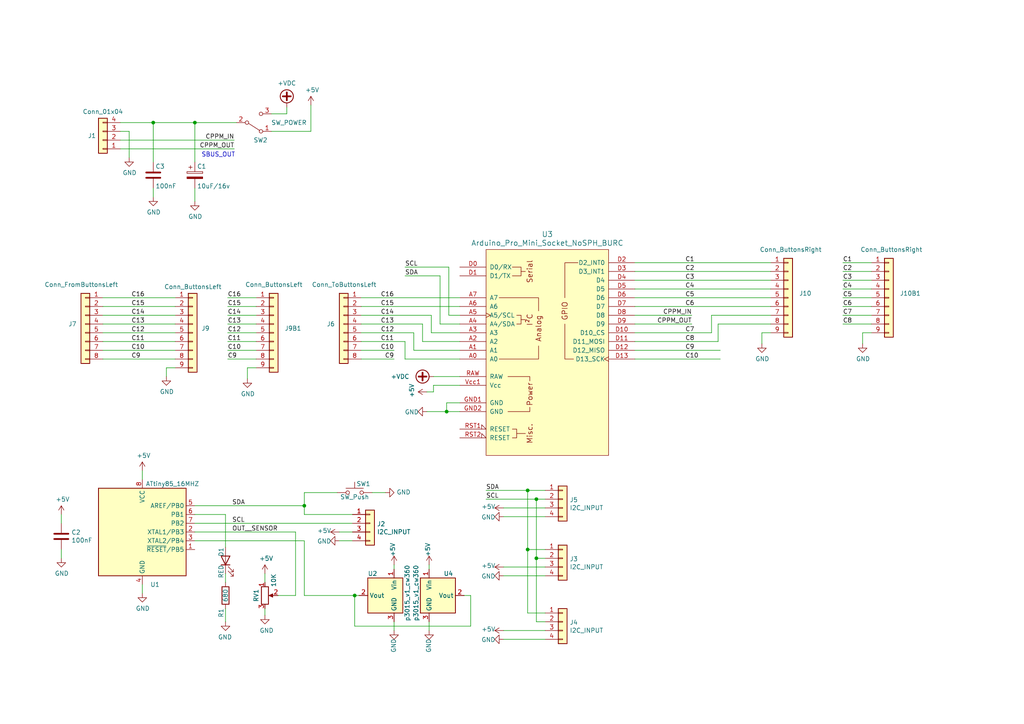
<source format=kicad_sch>
(kicad_sch (version 20230121) (generator eeschema)
  (paper "A4")
  (title_block (title "Board for Angle & Ana & Sw") (date "2023-09-10") (rev "1.0") (company "OpenAVRc"))
  (lib_symbols
    (symbol "Capteur_Hall_I2C_Mini-rescue:ATtiny85-20SU-MCU_Microchip_ATtiny"
      (property "Reference" "U" (at -12.7 13.97 0))
      (property "Value" "ATtiny85-20SU-MCU_Microchip_ATtiny" (at 2.54 -13.97 0))
      (symbol "ATtiny85-20SU-MCU_Microchip_ATtiny_0_1"
        (rectangle (start -12.7 -12.7) (end 12.7 12.7) (stroke (width 0.254)) (fill (type background)))
      )
      (symbol "ATtiny85-20SU-MCU_Microchip_ATtiny_1_1"
        (pin bidirectional line (at 15.24 -5.08 180) (length 2.54) (name "~{RESET}/PB5") (number "1"))
        (pin bidirectional line (at 15.24 0 180) (length 2.54) (name "XTAL1/PB3") (number "2"))
        (pin bidirectional line (at 15.24 -2.54 180) (length 2.54) (name "XTAL2/PB4") (number "3"))
        (pin power_in line (at 0 -15.24 90) (length 2.54) (name "GND") (number "4"))
        (pin bidirectional line (at 15.24 7.62 180) (length 2.54) (name "AREF/PB0") (number "5"))
        (pin bidirectional line (at 15.24 5.08 180) (length 2.54) (name "PB1") (number "6"))
        (pin bidirectional line (at 15.24 2.54 180) (length 2.54) (name "PB2") (number "7"))
        (pin power_in line (at 0 15.24 270) (length 2.54) (name "VCC") (number "8"))
      )
    )
    (symbol "Capteur_Hall_I2C_Mini-rescue:CP-Device" (pin_numbers hide) (pin_names (offset 0.254))
      (property "Reference" "C" (at 0.635 2.54 0))
      (property "Value" "CP-Device" (at 0.635 -2.54 0))
      (symbol "CP-Device_0_1"
        (rectangle (start -2.286 0.508) (end 2.286 1.016))
        (polyline (pts (xy -1.778 2.286) (xy -0.762 2.286)))
        (polyline (pts (xy -1.27 2.794) (xy -1.27 1.778)))
        (rectangle (start 2.286 -0.508) (end -2.286 -1.016) (fill (type outline)))
      )
      (symbol "CP-Device_1_1"
        (pin passive line (at 0 3.81 270) (length 2.794) (name "~") (number "1"))
        (pin passive line (at 0 -3.81 90) (length 2.794) (name "~") (number "2"))
      )
    )
    (symbol "Connector_Generic:Conn_01x04" (pin_names (offset 1.016) hide)
      (property "Reference" "J" (at 0 5.08 0))
      (property "Value" "Conn_01x04" (at 0 -7.62 0))
      (symbol "Conn_01x04_1_1"
        (rectangle (start -1.27 -4.953) (end 0 -5.207) (stroke (width 0.1524)))
        (rectangle (start -1.27 -2.413) (end 0 -2.667) (stroke (width 0.1524)))
        (rectangle (start -1.27 0.127) (end 0 -0.127) (stroke (width 0.1524)))
        (rectangle (start -1.27 2.667) (end 0 2.413) (stroke (width 0.1524)))
        (rectangle (start -1.27 3.81) (end 1.27 -6.35) (stroke (width 0.254)) (fill (type background)))
        (pin passive line (at -5.08 2.54 0) (length 3.81) (name "Pin_1") (number "1"))
        (pin passive line (at -5.08 0 0) (length 3.81) (name "Pin_2") (number "2"))
        (pin passive line (at -5.08 -2.54 0) (length 3.81) (name "Pin_3") (number "3"))
        (pin passive line (at -5.08 -5.08 0) (length 3.81) (name "Pin_4") (number "4"))
      )
    )
    (symbol "Connector_Generic:Conn_01x08" (pin_names (offset 1.016) hide)
      (property "Reference" "J" (at 0 10.16 0))
      (property "Value" "Conn_01x08" (at 0 -12.7 0))
      (symbol "Conn_01x08_1_1"
        (rectangle (start -1.27 -10.033) (end 0 -10.287) (stroke (width 0.1524)))
        (rectangle (start -1.27 -7.493) (end 0 -7.747) (stroke (width 0.1524)))
        (rectangle (start -1.27 -4.953) (end 0 -5.207) (stroke (width 0.1524)))
        (rectangle (start -1.27 -2.413) (end 0 -2.667) (stroke (width 0.1524)))
        (rectangle (start -1.27 0.127) (end 0 -0.127) (stroke (width 0.1524)))
        (rectangle (start -1.27 2.667) (end 0 2.413) (stroke (width 0.1524)))
        (rectangle (start -1.27 5.207) (end 0 4.953) (stroke (width 0.1524)))
        (rectangle (start -1.27 7.747) (end 0 7.493) (stroke (width 0.1524)))
        (rectangle (start -1.27 8.89) (end 1.27 -11.43) (stroke (width 0.254)) (fill (type background)))
        (pin passive line (at -5.08 7.62 0) (length 3.81) (name "Pin_1") (number "1"))
        (pin passive line (at -5.08 5.08 0) (length 3.81) (name "Pin_2") (number "2"))
        (pin passive line (at -5.08 2.54 0) (length 3.81) (name "Pin_3") (number "3"))
        (pin passive line (at -5.08 0 0) (length 3.81) (name "Pin_4") (number "4"))
        (pin passive line (at -5.08 -2.54 0) (length 3.81) (name "Pin_5") (number "5"))
        (pin passive line (at -5.08 -5.08 0) (length 3.81) (name "Pin_6") (number "6"))
        (pin passive line (at -5.08 -7.62 0) (length 3.81) (name "Pin_7") (number "7"))
        (pin passive line (at -5.08 -10.16 0) (length 3.81) (name "Pin_8") (number "8"))
      )
    )
    (symbol "Connector_Generic:Conn_01x09" (pin_names (offset 1.016) hide)
      (property "Reference" "J" (at 0 12.7 0))
      (property "Value" "Conn_01x09" (at 0 -12.7 0))
      (symbol "Conn_01x09_1_1"
        (rectangle (start -1.27 -10.033) (end 0 -10.287) (stroke (width 0.1524)))
        (rectangle (start -1.27 -7.493) (end 0 -7.747) (stroke (width 0.1524)))
        (rectangle (start -1.27 -4.953) (end 0 -5.207) (stroke (width 0.1524)))
        (rectangle (start -1.27 -2.413) (end 0 -2.667) (stroke (width 0.1524)))
        (rectangle (start -1.27 0.127) (end 0 -0.127) (stroke (width 0.1524)))
        (rectangle (start -1.27 2.667) (end 0 2.413) (stroke (width 0.1524)))
        (rectangle (start -1.27 5.207) (end 0 4.953) (stroke (width 0.1524)))
        (rectangle (start -1.27 7.747) (end 0 7.493) (stroke (width 0.1524)))
        (rectangle (start -1.27 10.287) (end 0 10.033) (stroke (width 0.1524)))
        (rectangle (start -1.27 11.43) (end 1.27 -11.43) (stroke (width 0.254)) (fill (type background)))
        (pin passive line (at -5.08 10.16 0) (length 3.81) (name "Pin_1") (number "1"))
        (pin passive line (at -5.08 7.62 0) (length 3.81) (name "Pin_2") (number "2"))
        (pin passive line (at -5.08 5.08 0) (length 3.81) (name "Pin_3") (number "3"))
        (pin passive line (at -5.08 2.54 0) (length 3.81) (name "Pin_4") (number "4"))
        (pin passive line (at -5.08 0 0) (length 3.81) (name "Pin_5") (number "5"))
        (pin passive line (at -5.08 -2.54 0) (length 3.81) (name "Pin_6") (number "6"))
        (pin passive line (at -5.08 -5.08 0) (length 3.81) (name "Pin_7") (number "7"))
        (pin passive line (at -5.08 -7.62 0) (length 3.81) (name "Pin_8") (number "8"))
        (pin passive line (at -5.08 -10.16 0) (length 3.81) (name "Pin_9") (number "9"))
      )
    )
    (symbol "Device:C" (pin_numbers hide) (pin_names (offset 0.254))
      (property "Reference" "C" (at 0.635 2.54 0))
      (property "Value" "C" (at 0.635 -2.54 0))
      (symbol "C_0_1"
        (polyline (pts (xy -2.032 -0.762) (xy 2.032 -0.762)) (stroke (width 0.508)))
        (polyline (pts (xy -2.032 0.762) (xy 2.032 0.762)) (stroke (width 0.508)))
      )
      (symbol "C_1_1"
        (pin passive line (at 0 3.81 270) (length 2.794) (name "~") (number "1"))
        (pin passive line (at 0 -3.81 90) (length 2.794) (name "~") (number "2"))
      )
    )
    (symbol "Device:LED" (pin_numbers hide) (pin_names (offset 1.016) hide)
      (property "Reference" "D" (at 0 2.54 0))
      (property "Value" "LED" (at 0 -2.54 0))
      (symbol "LED_0_1"
        (polyline (pts (xy -1.27 -1.27) (xy -1.27 1.27)) (stroke (width 0.254)))
        (polyline (pts (xy -1.27 0) (xy 1.27 0)))
        (polyline (pts (xy 1.27 -1.27) (xy 1.27 1.27) (xy -1.27 0) (xy 1.27 -1.27)) (stroke (width 0.254)))
        (polyline (pts (xy -3.048 -0.762) (xy -4.572 -2.286) (xy -3.81 -2.286) (xy -4.572 -2.286) (xy -4.572 -1.524)))
        (polyline (pts (xy -1.778 -0.762) (xy -3.302 -2.286) (xy -2.54 -2.286) (xy -3.302 -2.286) (xy -3.302 -1.524)))
      )
      (symbol "LED_1_1"
        (pin passive line (at -3.81 0 0) (length 2.54) (name "K") (number "1"))
        (pin passive line (at 3.81 0 180) (length 2.54) (name "A") (number "2"))
      )
    )
    (symbol "Device:R" (pin_numbers hide) (pin_names (offset 0))
      (property "Reference" "R" (at 2.032 0 90))
      (property "Value" "R" (at 0 0 90))
      (symbol "R_0_1"
        (rectangle (start -1.016 -2.54) (end 1.016 2.54) (stroke (width 0.254)))
      )
      (symbol "R_1_1"
        (pin passive line (at 0 3.81 270) (length 1.27) (name "~") (number "1"))
        (pin passive line (at 0 -3.81 90) (length 1.27) (name "~") (number "2"))
      )
    )
    (symbol "Device:R_Potentiometer" (pin_names (offset 1.016) hide)
      (property "Reference" "RV" (at -4.445 0 90))
      (property "Value" "R_Potentiometer" (at -2.54 0 90))
      (symbol "R_Potentiometer_0_1"
        (polyline (pts (xy 2.54 0) (xy 1.524 0)))
        (polyline (pts (xy 1.143 0) (xy 2.286 0.508) (xy 2.286 -0.508) (xy 1.143 0)) (fill (type outline)))
        (rectangle (start 1.016 2.54) (end -1.016 -2.54) (stroke (width 0.254)))
      )
      (symbol "R_Potentiometer_1_1"
        (pin passive line (at 0 3.81 270) (length 1.27) (name "1") (number "1"))
        (pin passive line (at 3.81 0 180) (length 1.27) (name "2") (number "2"))
        (pin passive line (at 0 -3.81 90) (length 1.27) (name "3") (number "3"))
      )
    )
    (symbol "PCM_arduino-library:Arduino_Pro_Mini_Socket_NoSPH" (pin_names (offset 1.016))
      (property "Reference" "A" (at 0 36.83 0))
      (property "Value" "Arduino_Pro_Mini_Socket_NoSPH" (at 0 33.02 0))
      (symbol "Arduino_Pro_Mini_Socket_NoSPH_0_0"
        (rectangle (start -17.78 30.48) (end 17.78 -29.21) (fill (type background)))
        (polyline (pts (xy -7.62 10.16) (xy -6.35 10.16)))
        (polyline (pts (xy -7.62 24.13) (xy -6.35 24.13)))
        (polyline (pts (xy -6.35 -22.86) (xy -8.89 -22.86)))
        (polyline (pts (xy -11.43 -16.51) (xy -5.08 -16.51) (xy -5.08 -15.24)))
        (polyline (pts (xy -5.08 -7.62) (xy -5.08 -6.35) (xy -11.43 -6.35)))
        (polyline (pts (xy -2.54 2.54) (xy -2.54 -1.27) (xy -13.97 -1.27)))
        (polyline (pts (xy -2.54 12.7) (xy -2.54 16.51) (xy -13.97 16.51)))
        (polyline (pts (xy -10.16 25.4) (xy -7.62 25.4) (xy -7.62 22.86) (xy -10.16 22.86)))
        (polyline (pts (xy -8.89 11.43) (xy -7.62 11.43) (xy -7.62 8.89) (xy -8.89 8.89)))
        (text "Analog" (at -2.54 7.62 900) (effects (font (size 1.524 1.524))))
        (text "I²C" (at -5.08 10.16 900) (effects (font (size 1.524 1.524))))
        (text "Misc." (at -5.08 -22.86 900) (effects (font (size 1.524 1.524))))
        (text "Power" (at -5.08 -11.43 900) (effects (font (size 1.524 1.524))))
        (text "Serial" (at -5.08 24.13 900) (effects (font (size 1.524 1.524))))
      )
      (symbol "Arduino_Pro_Mini_Socket_NoSPH_0_1"
        (polyline (pts (xy 7.62 -1.27) (xy 5.08 -1.27) (xy 5.08 8.89)))
        (polyline (pts (xy 8.89 26.67) (xy 5.08 26.67) (xy 5.08 16.51)))
        (polyline (pts (xy -10.16 -24.13) (xy -8.89 -24.13) (xy -8.89 -21.59) (xy -10.16 -21.59)))
      )
      (symbol "Arduino_Pro_Mini_Socket_NoSPH_1_0"
        (text "GPIO" (at 5.08 12.7 900) (effects (font (size 1.524 1.524))))
      )
      (symbol "Arduino_Pro_Mini_Socket_NoSPH_1_1"
        (pin bidirectional line (at -25.4 -1.27 0) (length 7.62) (name "A0") (number "A0"))
        (pin bidirectional line (at -25.4 1.27 0) (length 7.62) (name "A1") (number "A1"))
        (pin bidirectional line (at -25.4 3.81 0) (length 7.62) (name "A2") (number "A2"))
        (pin bidirectional line (at -25.4 6.35 0) (length 7.62) (name "A3") (number "A3"))
        (pin bidirectional line (at -25.4 8.89 0) (length 7.62) (name "A4/SDA") (number "A4"))
        (pin bidirectional clock (at -25.4 11.43 0) (length 7.62) (name "A5/SCL") (number "A5"))
        (pin input line (at -25.4 13.97 0) (length 7.62) (name "A6") (number "A6"))
        (pin input line (at -25.4 16.51 0) (length 7.62) (name "A7") (number "A7"))
        (pin bidirectional line (at -25.4 25.4 0) (length 7.62) (name "D0/RX") (number "D0"))
        (pin bidirectional line (at -25.4 22.86 0) (length 7.62) (name "D1/TX") (number "D1"))
        (pin bidirectional line (at 25.4 6.35 180) (length 7.62) (name "D10_CS") (number "D10"))
        (pin bidirectional line (at 25.4 3.81 180) (length 7.62) (name "D11_MOSI") (number "D11"))
        (pin bidirectional line (at 25.4 1.27 180) (length 7.62) (name "D12_MISO") (number "D12"))
        (pin bidirectional clock (at 25.4 -1.27 180) (length 7.62) (name "D13_SCK") (number "D13"))
        (pin bidirectional line (at 25.4 26.67 180) (length 7.62) (name "D2_INT0") (number "D2"))
        (pin bidirectional line (at 25.4 24.13 180) (length 7.62) (name "D3_INT1") (number "D3"))
        (pin bidirectional line (at 25.4 21.59 180) (length 7.62) (name "D4") (number "D4"))
        (pin bidirectional line (at 25.4 19.05 180) (length 7.62) (name "D5") (number "D5"))
        (pin bidirectional line (at 25.4 16.51 180) (length 7.62) (name "D6") (number "D6"))
        (pin bidirectional line (at 25.4 13.97 180) (length 7.62) (name "D7") (number "D7"))
        (pin bidirectional line (at 25.4 11.43 180) (length 7.62) (name "D8") (number "D8"))
        (pin bidirectional line (at 25.4 8.89 180) (length 7.62) (name "D9") (number "D9"))
        (pin power_in line (at -25.4 -13.97 0) (length 7.62) (name "GND") (number "GND1"))
        (pin power_in line (at -25.4 -16.51 0) (length 7.62) (name "GND") (number "GND2"))
        (pin power_in line (at -25.4 -6.35 0) (length 7.62) (name "RAW") (number "RAW"))
        (pin open_collector input_low (at -25.4 -21.59 0) (length 7.62) (name "RESET") (number "RST1"))
        (pin open_collector input_low (at -25.4 -24.13 0) (length 7.62) (name "RESET") (number "RST2"))
        (pin power_in line (at -25.4 -8.89 0) (length 7.62) (name "Vcc") (number "Vcc1"))
      )
    )
    (symbol "Reference_Voltage:ISL21070DIH306Z-TK"
      (property "Reference" "U" (at -0.635 8.255 0))
      (property "Value" "ISL21070DIH306Z-TK" (at -1.905 6.35 0))
      (symbol "ISL21070DIH306Z-TK_0_1"
        (rectangle (start -5.08 5.08) (end 5.08 -5.08) (stroke (width 0.254)) (fill (type background)))
      )
      (symbol "ISL21070DIH306Z-TK_1_1"
        (pin power_in line (at -2.54 7.62 270) (length 2.54) (name "Vin") (number "1"))
        (pin power_out line (at 7.62 0 180) (length 2.54) (name "Vout") (number "2"))
        (pin power_in line (at -2.54 -7.62 90) (length 2.54) (name "GND") (number "3"))
      )
    )
    (symbol "Switch:SW_Push" (pin_numbers hide) (pin_names (offset 1.016) hide)
      (property "Reference" "SW" (at 1.27 2.54 0))
      (property "Value" "SW_Push" (at 0 -1.524 0))
      (symbol "SW_Push_0_1"
        (circle (center -2.032 0) (radius 0.508))
        (polyline (pts (xy 0 1.27) (xy 0 3.048)))
        (polyline (pts (xy 2.54 1.27) (xy -2.54 1.27)))
        (circle (center 2.032 0) (radius 0.508))
        (pin passive line (at -5.08 0 0) (length 2.54) (name "1") (number "1"))
        (pin passive line (at 5.08 0 180) (length 2.54) (name "2") (number "2"))
      )
    )
    (symbol "Switch:SW_SPDT" (pin_names (offset 0) hide)
      (property "Reference" "SW" (at 0 4.318 0))
      (property "Value" "SW_SPDT" (at 0 -5.08 0))
      (symbol "SW_SPDT_0_0"
        (circle (center -2.032 0) (radius 0.508))
        (circle (center 2.032 -2.54) (radius 0.508))
      )
      (symbol "SW_SPDT_0_1"
        (polyline (pts (xy -1.524 0.254) (xy 1.651 2.286)))
        (circle (center 2.032 2.54) (radius 0.508))
      )
      (symbol "SW_SPDT_1_1"
        (pin passive line (at 5.08 2.54 180) (length 2.54) (name "A") (number "1"))
        (pin passive line (at -5.08 0 0) (length 2.54) (name "B") (number "2"))
        (pin passive line (at 5.08 -2.54 180) (length 2.54) (name "C") (number "3"))
      )
    )
    (symbol "power:+5V" (power) (pin_names (offset 0))
      (property "Value" "+5V" (at 0 3.556 0))
      (symbol "+5V_0_1"
        (polyline (pts (xy -0.762 1.27) (xy 0 2.54)))
        (polyline (pts (xy 0 0) (xy 0 2.54)))
        (polyline (pts (xy 0 2.54) (xy 0.762 1.27)))
      )
      (symbol "+5V_1_1"
        (pin power_in line (at 0 0 90) (length 0) hide (name "+5V") (number "1"))
      )
    )
    (symbol "power:+VDC" (power) (pin_names (offset 0))
      (property "Value" "+VDC" (at 0 6.35 0))
      (symbol "+VDC_0_1"
        (polyline (pts (xy -1.143 3.175) (xy 1.143 3.175)) (stroke (width 0.508)))
        (polyline (pts (xy 0 0) (xy 0 1.27)))
        (polyline (pts (xy 0 2.032) (xy 0 4.318)) (stroke (width 0.508)))
        (circle (center 0 3.175) (radius 1.905) (stroke (width 0.254)))
      )
      (symbol "+VDC_1_1"
        (pin power_in line (at 0 0 90) (length 0) hide (name "+VDC") (number "1"))
      )
    )
    (symbol "power:GND" (power) (pin_names (offset 0))
      (property "Value" "GND" (at 0 -3.81 0))
      (symbol "GND_0_1"
        (polyline (pts (xy 0 0) (xy 0 -1.27) (xy 1.27 -1.27) (xy 0 -2.54) (xy -1.27 -1.27) (xy 0 -1.27)))
      )
      (symbol "GND_1_1"
        (pin power_in line (at 0 0 270) (length 0) hide (name "GND") (number "1"))
      )
    )
  )
  (junction (at 155.575 161.925))
  (junction (at 56.515 35.56))
  (junction (at 129.54 119.38))
  (junction (at 153.035 159.385))
  (junction (at 153.035 142.24))
  (junction (at 155.575 144.78))
  (junction (at 44.45 35.56))
  (junction (at 88.265 146.685))
  (junction (at 102.87 172.72))
  (wire (pts (xy 34.925 40.64) (xy 67.945 40.64)))
  (wire (pts (xy 155.575 144.78) (xy 155.575 161.925)))
  (wire (pts (xy 153.035 159.385) (xy 153.035 142.24)))
  (wire (pts (xy 117.475 77.47) (xy 130.175 77.47)))
  (wire (pts (xy 122.555 99.06) (xy 133.35 99.06)))
  (wire (pts (xy 117.475 104.14) (xy 133.35 104.14)))
  (wire (pts (xy 102.235 154.305) (xy 98.425 154.305)))
  (wire (pts (xy 125.095 96.52) (xy 125.095 91.44)))
  (wire (pts (xy 78.74 38.1) (xy 90.17 38.1)))
  (wire (pts (xy 184.15 86.36) (xy 223.52 86.36)))
  (wire (pts (xy 158.115 182.88) (xy 146.05 182.88)))
  (wire (pts (xy 71.755 106.68) (xy 71.755 109.855)))
  (wire (pts (xy 88.265 142.875) (xy 97.79 142.875)))
  (wire (pts (xy 29.845 91.44) (xy 50.8 91.44)))
  (wire (pts (xy 120.015 101.6) (xy 133.35 101.6)))
  (wire (pts (xy 120.015 96.52) (xy 104.775 96.52)))
  (wire (pts (xy 56.515 58.42) (xy 56.515 54.61)))
  (wire (pts (xy 66.04 101.6) (xy 74.295 101.6)))
  (wire (pts (xy 34.925 35.56) (xy 44.45 35.56)))
  (wire (pts (xy 44.45 57.15) (xy 44.45 54.61)))
  (wire (pts (xy 17.78 161.925) (xy 17.78 159.385)))
  (wire (pts (xy 125.73 111.76) (xy 125.73 113.665)))
  (wire (pts (xy 184.15 91.44) (xy 200.66 91.44)))
  (wire (pts (xy 29.845 93.98) (xy 50.8 93.98)))
  (wire (pts (xy 129.54 119.38) (xy 133.35 119.38)))
  (wire (pts (xy 122.555 99.06) (xy 122.555 93.98)))
  (wire (pts (xy 155.575 180.34) (xy 158.115 180.34)))
  (wire (pts (xy 158.115 144.78) (xy 155.575 144.78)))
  (wire (pts (xy 158.115 177.8) (xy 153.035 177.8)))
  (wire (pts (xy 206.375 91.44) (xy 223.52 91.44)))
  (wire (pts (xy 120.015 101.6) (xy 120.015 96.52)))
  (wire (pts (xy 104.775 104.14) (xy 114.3 104.14)))
  (wire (pts (xy 155.575 161.925) (xy 158.115 161.925)))
  (wire (pts (xy 127.635 93.98) (xy 127.635 80.01)))
  (wire (pts (xy 104.775 99.06) (xy 117.475 99.06)))
  (wire (pts (xy 125.73 113.665) (xy 123.825 113.665)))
  (wire (pts (xy 66.04 99.06) (xy 74.295 99.06)))
  (wire (pts (xy 85.725 154.305) (xy 85.725 172.72)))
  (wire (pts (xy 56.515 35.56) (xy 56.515 46.99)))
  (wire (pts (xy 155.575 161.925) (xy 155.575 180.34)))
  (wire (pts (xy 17.78 149.225) (xy 17.78 151.765)))
  (wire (pts (xy 244.475 78.74) (xy 252.73 78.74)))
  (wire (pts (xy 65.405 176.53) (xy 65.405 180.34)))
  (wire (pts (xy 146.05 167.005) (xy 158.115 167.005)))
  (wire (pts (xy 140.97 142.24) (xy 153.035 142.24)))
  (wire (pts (xy 153.035 159.385) (xy 158.115 159.385)))
  (wire (pts (xy 76.835 176.53) (xy 76.835 178.435)))
  (wire (pts (xy 50.8 106.68) (xy 48.26 106.68)))
  (wire (pts (xy 124.46 180.34) (xy 124.46 182.88)))
  (wire (pts (xy 244.475 86.36) (xy 252.73 86.36)))
  (wire (pts (xy 88.265 156.845) (xy 56.515 156.845)))
  (wire (pts (xy 29.845 99.06) (xy 50.8 99.06)))
  (wire (pts (xy 123.825 119.38) (xy 129.54 119.38)))
  (wire (pts (xy 114.3 163.83) (xy 114.3 165.1)))
  (wire (pts (xy 125.73 109.22) (xy 133.35 109.22)))
  (wire (pts (xy 244.475 88.9) (xy 252.73 88.9)))
  (wire (pts (xy 244.475 81.28) (xy 252.73 81.28)))
  (wire (pts (xy 184.15 78.74) (xy 223.52 78.74)))
  (wire (pts (xy 44.45 35.56) (xy 44.45 46.99)))
  (wire (pts (xy 98.425 156.845) (xy 102.235 156.845)))
  (wire (pts (xy 56.515 151.765) (xy 102.235 151.765)))
  (wire (pts (xy 244.475 91.44) (xy 252.73 91.44)))
  (wire (pts (xy 184.15 99.06) (xy 208.28 99.06)))
  (wire (pts (xy 37.465 38.1) (xy 37.465 45.72)))
  (wire (pts (xy 66.04 96.52) (xy 74.295 96.52)))
  (wire (pts (xy 208.28 93.98) (xy 223.52 93.98)))
  (wire (pts (xy 104.775 88.9) (xy 133.35 88.9)))
  (wire (pts (xy 29.845 86.36) (xy 50.8 86.36)))
  (wire (pts (xy 136.525 172.72) (xy 136.525 181.61)))
  (wire (pts (xy 34.925 43.18) (xy 67.945 43.18)))
  (wire (pts (xy 56.515 154.305) (xy 85.725 154.305)))
  (wire (pts (xy 250.19 96.52) (xy 250.19 99.695)))
  (wire (pts (xy 184.15 88.9) (xy 223.52 88.9)))
  (wire (pts (xy 56.515 35.56) (xy 68.58 35.56)))
  (wire (pts (xy 29.845 104.14) (xy 50.8 104.14)))
  (wire (pts (xy 136.525 181.61) (xy 102.87 181.61)))
  (wire (pts (xy 104.775 86.36) (xy 133.35 86.36)))
  (wire (pts (xy 125.73 111.76) (xy 133.35 111.76)))
  (wire (pts (xy 134.62 172.72) (xy 136.525 172.72)))
  (wire (pts (xy 66.04 104.14) (xy 74.295 104.14)))
  (wire (pts (xy 223.52 96.52) (xy 220.98 96.52)))
  (wire (pts (xy 83.185 33.02) (xy 83.185 31.115)))
  (wire (pts (xy 74.295 106.68) (xy 71.755 106.68)))
  (wire (pts (xy 220.98 96.52) (xy 220.98 99.695)))
  (wire (pts (xy 85.725 172.72) (xy 80.645 172.72)))
  (wire (pts (xy 125.095 91.44) (xy 104.775 91.44)))
  (wire (pts (xy 78.74 33.02) (xy 83.185 33.02)))
  (wire (pts (xy 140.97 144.78) (xy 155.575 144.78)))
  (wire (pts (xy 184.15 81.28) (xy 223.52 81.28)))
  (wire (pts (xy 153.035 142.24) (xy 158.115 142.24)))
  (wire (pts (xy 56.515 149.225) (xy 65.405 149.225)))
  (wire (pts (xy 88.265 172.72) (xy 88.265 156.845)))
  (wire (pts (xy 146.05 185.42) (xy 158.115 185.42)))
  (wire (pts (xy 122.555 93.98) (xy 104.775 93.98)))
  (wire (pts (xy 107.95 142.875) (xy 111.76 142.875)))
  (wire (pts (xy 117.475 104.14) (xy 117.475 99.06)))
  (wire (pts (xy 56.515 146.685) (xy 88.265 146.685)))
  (wire (pts (xy 66.04 93.98) (xy 74.295 93.98)))
  (wire (pts (xy 244.475 93.98) (xy 252.73 93.98)))
  (wire (pts (xy 244.475 83.82) (xy 252.73 83.82)))
  (wire (pts (xy 117.475 80.01) (xy 127.635 80.01)))
  (wire (pts (xy 29.845 101.6) (xy 50.8 101.6)))
  (wire (pts (xy 158.115 147.32) (xy 146.05 147.32)))
  (wire (pts (xy 184.15 101.6) (xy 208.915 101.6)))
  (wire (pts (xy 125.095 96.52) (xy 133.35 96.52)))
  (wire (pts (xy 158.115 164.465) (xy 146.05 164.465)))
  (wire (pts (xy 88.265 172.72) (xy 102.87 172.72)))
  (wire (pts (xy 153.035 177.8) (xy 153.035 159.385)))
  (wire (pts (xy 41.275 136.525) (xy 41.275 139.065)))
  (wire (pts (xy 206.375 96.52) (xy 206.375 91.44)))
  (wire (pts (xy 184.15 76.2) (xy 223.52 76.2)))
  (wire (pts (xy 88.265 149.225) (xy 88.265 146.685)))
  (wire (pts (xy 88.265 149.225) (xy 102.235 149.225)))
  (wire (pts (xy 88.265 142.875) (xy 88.265 146.685)))
  (wire (pts (xy 41.275 172.085) (xy 41.275 169.545)))
  (wire (pts (xy 90.17 30.48) (xy 90.17 38.1)))
  (wire (pts (xy 104.775 101.6) (xy 114.3 101.6)))
  (wire (pts (xy 44.45 35.56) (xy 56.515 35.56)))
  (wire (pts (xy 184.15 83.82) (xy 223.52 83.82)))
  (wire (pts (xy 29.845 88.9) (xy 50.8 88.9)))
  (wire (pts (xy 244.475 76.2) (xy 252.73 76.2)))
  (wire (pts (xy 252.73 96.52) (xy 250.19 96.52)))
  (wire (pts (xy 29.845 96.52) (xy 50.8 96.52)))
  (wire (pts (xy 124.46 163.83) (xy 124.46 165.1)))
  (wire (pts (xy 65.405 166.37) (xy 65.405 168.91)))
  (wire (pts (xy 127.635 93.98) (xy 133.35 93.98)))
  (wire (pts (xy 130.175 77.47) (xy 130.175 91.44)))
  (wire (pts (xy 34.925 38.1) (xy 37.465 38.1)))
  (wire (pts (xy 102.87 181.61) (xy 102.87 172.72)))
  (wire (pts (xy 208.28 99.06) (xy 208.28 93.98)))
  (wire (pts (xy 184.15 96.52) (xy 206.375 96.52)))
  (wire (pts (xy 130.175 91.44) (xy 133.35 91.44)))
  (wire (pts (xy 66.04 91.44) (xy 74.295 91.44)))
  (wire (pts (xy 146.05 149.86) (xy 158.115 149.86)))
  (wire (pts (xy 48.26 106.68) (xy 48.26 109.22)))
  (wire (pts (xy 184.15 104.14) (xy 208.915 104.14)))
  (wire (pts (xy 102.87 172.72) (xy 104.14 172.72)))
  (wire (pts (xy 66.04 88.9) (xy 74.295 88.9)))
  (wire (pts (xy 133.35 116.84) (xy 129.54 116.84)))
  (wire (pts (xy 65.405 149.225) (xy 65.405 158.75)))
  (wire (pts (xy 129.54 116.84) (xy 129.54 119.38)))
  (wire (pts (xy 76.835 166.37) (xy 76.835 168.91)))
  (wire (pts (xy 184.15 93.98) (xy 200.66 93.98)))
  (wire (pts (xy 66.04 86.36) (xy 74.295 86.36)))
  (wire (pts (xy 114.3 180.34) (xy 114.3 182.88)))
  (text "SBUS_OUT" (at 58.42 45.72 0) (effects (font (size 1.27 1.27)) (justify left bottom)))
  (label "C10" (at 198.755 104.14 0))
  (label "C12" (at 38.1 96.52 0))
  (label "C15" (at 38.1 88.9 0))
  (label "C8" (at 244.475 93.98 0))
  (label "C1" (at 198.755 76.2 0))
  (label "C12" (at 114.3268 96.52 180))
  (label "C16" (at 38.1 86.36 0))
  (label "C10" (at 114.3 101.6 180))
  (label "C8" (at 198.755 99.06 0))
  (label "SCL" (at 117.475 77.47 0))
  (label "C16" (at 66.04 86.36 0))
  (label "C9" (at 38.1 104.14 0))
  (label "C16" (at 114.3 86.36 180))
  (label "SDA" (at 67.31 146.685 0))
  (label "C10" (at 66.04 101.6 0))
  (label "C2" (at 198.755 78.74 0))
  (label "C7" (at 198.755 96.52 0))
  (label "C4" (at 198.755 83.82 0))
  (label "C11" (at 38.1 99.06 0))
  (label "C6" (at 198.755 88.9 0))
  (label "C1" (at 244.475 76.2 0))
  (label "CPPM_OUT" (at 67.945 43.18 180))
  (label "C9" (at 114.3 104.14 180))
  (label "C9" (at 198.755 101.6 0))
  (label "OUT__SENSOR" (at 67.31 154.305 0))
  (label "C2" (at 244.475 78.74 0))
  (label "SCL" (at 67.31 151.765 0))
  (label "C7" (at 244.475 91.44 0))
  (label "C4" (at 244.475 83.82 0))
  (label "C11" (at 114.3 99.06 180))
  (label "SCL" (at 140.97 144.78 0))
  (label "C11" (at 66.04 99.06 0))
  (label "C13" (at 38.1 93.98 0))
  (label "C9" (at 66.04 104.14 0))
  (label "C13" (at 114.3 93.98 180))
  (label "C3" (at 244.475 81.28 0))
  (label "C15" (at 66.04 88.9 0))
  (label "C14" (at 66.04 91.44 0))
  (label "C14" (at 114.3 91.44 180))
  (label "C5" (at 244.475 86.36 0))
  (label "CPPM_IN" (at 200.66 91.44 180))
  (label "C15" (at 114.3 88.9 180))
  (label "SDA" (at 117.475 80.01 0))
  (label "CPPM_OUT" (at 200.66 93.98 180))
  (label "SDA" (at 140.97 142.24 0))
  (label "C6" (at 244.475 88.9 0))
  (label "C5" (at 198.755 86.36 0))
  (label "C13" (at 66.04 93.98 0))
  (label "C10" (at 38.1 101.6 0))
  (label "C14" (at 38.1 91.44 0))
  (label "C12" (at 66.04 96.52 0))
  (label "C3" (at 198.755 81.28 0))
  (label "CPPM_IN" (at 67.945 40.64 180))
  (symbol (lib_id "Capteur_Hall_I2C_Mini-rescue:ATtiny85-20SU-MCU_Microchip_ATtiny") (at 41.275 154.305 0) (unit 1)
    (property "Reference" "U1" (at 46.355 169.545 0) (effects (justify right)))
    (property "Value" "ATtiny85_16MHZ" (at 57.785 140.335 0) (effects (justify right)))
    (property "Footprint" "Package_DIP:DIP-8_W7.62mm" (effects hide))
    (property "Datasheet" "http://ww1.microchip.com/downloads/en/DeviceDoc/atmel-2586-avr-8-bit-microcontroller-attiny25-attiny45-attiny85_datasheet.pdf" (effects hide))
  )
  (symbol (lib_id "Device:LED") (at 65.405 162.56 90) (unit 1)
    (property "Reference" "D1" (at 64.135 158.75 0) (effects (justify right)))
    (property "Value" "RED" (at 64.135 163.83 0) (effects (justify right)))
    (property "Footprint" "LED_THT:LED_D3.0mm_Horizontal_O1.27mm_Z2.0mm" (effects hide))
  )
  (symbol (lib_id "Device:R") (at 65.405 172.72 0) (unit 1)
    (property "Reference" "R1" (at 64.135 177.8 90))
    (property "Value" "680" (at 65.405 172.72 90))
    (property "Footprint" "Resistor_THT:R_Axial_DIN0204_L3.6mm_D1.6mm_P5.08mm_Horizontal" (effects hide))
  )
  (symbol (lib_id "power:+5V") (at 114.3 163.83 0) (mirror y) (unit 1)
    (property "Reference" "#PWR0111" (effects hide))
    (property "Value" "+5V" (at 113.919 159.4358 90))
  )
  (symbol (lib_id "power:GND") (at 65.405 180.34 0) (unit 1)
    (property "Reference" "#PWR0101" (effects hide))
    (property "Value" "GND" (at 67.31 184.785 0) (effects (justify right)))
  )
  (symbol (lib_id "power:GND") (at 41.275 172.085 0) (unit 1)
    (property "Reference" "#PWR0102" (effects hide))
    (property "Value" "GND" (at 41.402 176.4792 0))
  )
  (symbol (lib_id "power:+5V") (at 41.275 136.525 0) (unit 1)
    (property "Reference" "#PWR0103" (effects hide))
    (property "Value" "+5V" (at 41.656 132.1308 0))
  )
  (symbol (lib_id "power:GND") (at 114.3 182.88 0) (mirror y) (unit 1)
    (property "Reference" "#PWR0112" (effects hide))
    (property "Value" "GND" (at 114.173 187.2742 90))
  )
  (symbol (lib_id "Device:C") (at 17.78 155.575 0) (unit 1)
    (property "Reference" "C2" (at 20.701 154.4066 0) (effects (justify left)))
    (property "Value" "100nF" (at 20.701 156.718 0) (effects (justify left)))
    (property "Footprint" "Capacitor_THT:C_Rect_L7.0mm_W3.5mm_P5.00mm" (effects hide))
  )
  (symbol (lib_id "Capteur_Hall_I2C_Mini-rescue:CP-Device") (at 56.515 50.8 0) (unit 1)
    (property "Reference" "C1" (at 57.15 48.26 0) (effects (justify left)))
    (property "Value" "10uF/16v" (at 57.15 53.975 0) (effects (justify left)))
    (property "Footprint" "Capacitor_THT:C_Radial_D8.0mm_H7.0mm_P3.50mm" (effects hide))
  )
  (symbol (lib_id "power:+5V") (at 17.78 149.225 0) (unit 1)
    (property "Reference" "#PWR0104" (effects hide))
    (property "Value" "+5V" (at 18.161 144.8308 0))
  )
  (symbol (lib_id "power:GND") (at 17.78 161.925 0) (unit 1)
    (property "Reference" "#PWR0106" (effects hide))
    (property "Value" "GND" (at 17.907 166.3192 0))
  )
  (symbol (lib_id "power:GND") (at 56.515 58.42 0) (unit 1)
    (property "Reference" "#PWR0107" (effects hide))
    (property "Value" "GND" (at 56.642 62.8142 0))
  )
  (symbol (lib_id "power:GND") (at 111.76 142.875 90) (unit 1)
    (property "Reference" "#PWR0108" (effects hide))
    (property "Value" "GND" (at 115.0112 142.748 90) (effects (justify right)))
  )
  (symbol (lib_id "Switch:SW_Push") (at 102.87 142.875 0) (unit 1)
    (property "Reference" "SW1" (at 105.41 140.335 0))
    (property "Value" "SW_Push" (at 102.87 144.145 0))
    (property "Footprint" "Sensor_Empreintes:SW_PUSH_ANGLED" (effects hide))
  )
  (symbol (lib_id "Connector_Generic:Conn_01x04") (at 107.315 151.765 0) (unit 1)
    (property "Reference" "J2" (at 109.347 151.9682 0) (effects (justify left)))
    (property "Value" "I2C_INPUT" (at 109.347 154.2796 0) (effects (justify left)))
    (property "Footprint" "Connector_PinHeader_2.54mm:PinHeader_1x04_P2.54mm_Horizontal" (effects hide))
  )
  (symbol (lib_id "power:+5V") (at 98.425 154.305 90) (unit 1)
    (property "Reference" "#PWR0110" (effects hide))
    (property "Value" "+5V" (at 94.0308 153.924 90))
  )
  (symbol (lib_id "power:GND") (at 98.425 156.845 270) (unit 1)
    (property "Reference" "#PWR0113" (effects hide))
    (property "Value" "GND" (at 94.0308 156.972 90))
  )
  (symbol (lib_id "power:+VDC") (at 83.185 31.115 0) (unit 1)
    (property "Reference" "#PWR06" (effects hide))
    (property "Value" "+VDC" (at 83.185 24.13 0))
  )
  (symbol (lib_id "power:+5V") (at 124.46 163.83 0) (mirror y) (unit 1)
    (property "Reference" "#PWR01" (effects hide))
    (property "Value" "+5V" (at 124.079 159.4358 90))
  )
  (symbol (lib_id "power:+5V") (at 76.835 166.37 0) (unit 1)
    (property "Reference" "#PWR0114" (effects hide))
    (property "Value" "+5V" (at 77.216 161.9758 0))
  )
  (symbol (lib_id "Connector_Generic:Conn_01x09") (at 79.375 96.52 0) (unit 1)
    (property "Reference" "J9B1" (at 82.55 95.25 0) (effects (justify left)))
    (property "Value" "Conn_ButtonsLeft" (at 71.12 82.55 0) (effects (justify left)))
    (property "Footprint" "Connector_PinHeader_2.54mm:PinHeader_1x09_P2.54mm_Vertical" (effects hide))
  )
  (symbol (lib_id "Connector_Generic:Conn_01x04") (at 163.195 180.34 0) (unit 1)
    (property "Reference" "J4" (at 165.227 180.5432 0) (effects (justify left)))
    (property "Value" "I2C_INPUT" (at 165.227 182.8546 0) (effects (justify left)))
    (property "Footprint" "Connector_PinHeader_2.54mm:PinHeader_1x04_P2.54mm_Horizontal" (effects hide))
  )
  (symbol (lib_id "power:GND") (at 48.26 109.22 0) (unit 1)
    (property "Reference" "#PWR010" (effects hide))
    (property "Value" "GND" (at 48.387 113.6142 0))
  )
  (symbol (lib_id "power:GND") (at 146.05 149.86 270) (unit 1)
    (property "Reference" "#PWR0109" (effects hide))
    (property "Value" "GND" (at 141.6558 149.987 90))
  )
  (symbol (lib_id "Connector_Generic:Conn_01x08") (at 24.765 93.98 0) (mirror y) (unit 1)
    (property "Reference" "J7" (at 22.225 93.98 0) (effects (justify left)))
    (property "Value" "Conn_FromButtonsLeft" (at 34.29 82.55 0) (effects (justify left)))
    (property "Footprint" "Connector_PinHeader_2.54mm:PinHeader_2x04_P2.54mm_Horizontal" (effects hide))
  )
  (symbol (lib_id "Connector_Generic:Conn_01x08") (at 99.695 93.98 0) (mirror y) (unit 1)
    (property "Reference" "J6" (at 97.155 93.98 0) (effects (justify left)))
    (property "Value" "Conn_ToButtonsLeft" (at 109.22 82.55 0) (effects (justify left)))
    (property "Footprint" "Connector_PinSocket_2.54mm:PinSocket_2x04_P2.54mm_Horizontal" (effects hide))
  )
  (symbol (lib_id "power:GND") (at 250.19 99.695 0) (unit 1)
    (property "Reference" "#PWR011" (effects hide))
    (property "Value" "GND" (at 250.317 104.0892 0))
  )
  (symbol (lib_id "Device:C") (at 44.45 50.8 0) (unit 1)
    (property "Reference" "C3" (at 45.085 48.26 0) (effects (justify left)))
    (property "Value" "100nF" (at 45.085 53.975 0) (effects (justify left)))
    (property "Footprint" "Capacitor_THT:C_Rect_L7.0mm_W3.5mm_P5.00mm" (effects hide))
  )
  (symbol (lib_id "power:+5V") (at 123.825 113.665 90) (unit 1)
    (property "Reference" "#PWR04" (effects hide))
    (property "Value" "+5V" (at 119.4308 113.284 0))
  )
  (symbol (lib_id "Reference_Voltage:ISL21070DIH306Z-TK") (at 127 172.72 0) (unit 1)
    (property "Reference" "U4" (at 131.445 166.37 0) (effects (justify right)))
    (property "Value" "p3015_v1_cw360" (at 120.65 163.83 90) (effects (justify right)))
    (property "Footprint" "Sensor_Empreintes:p3015_v1_cw360" (effects hide))
  )
  (symbol (lib_id "power:GND") (at 71.755 109.855 0) (unit 1)
    (property "Reference" "#PWR013" (effects hide))
    (property "Value" "GND" (at 71.882 114.2492 0))
  )
  (symbol (lib_id "power:GND") (at 37.465 45.72 0) (unit 1)
    (property "Reference" "#PWR07" (effects hide))
    (property "Value" "GND" (at 37.592 50.1142 0))
  )
  (symbol (lib_id "power:GND") (at 44.45 57.15 0) (unit 1)
    (property "Reference" "#PWR012" (effects hide))
    (property "Value" "GND" (at 44.577 61.5442 0))
  )
  (symbol (lib_id "power:GND") (at 146.05 167.005 270) (unit 1)
    (property "Reference" "#PWR0118" (effects hide))
    (property "Value" "GND" (at 141.6558 167.132 90))
  )
  (symbol (lib_id "Connector_Generic:Conn_01x09") (at 55.88 96.52 0) (unit 1)
    (property "Reference" "J9" (at 58.42 95.25 0) (effects (justify left)))
    (property "Value" "Conn_ButtonsLeft" (at 47.625 83.185 0) (effects (justify left)))
    (property "Footprint" "Connector_JST:JST_PH_B9B-PH-K_1x09_P2.00mm_Vertical" (effects hide))
  )
  (symbol (lib_id "Connector_Generic:Conn_01x09") (at 228.6 86.36 0) (unit 1)
    (property "Reference" "J10" (at 231.775 85.09 0) (effects (justify left)))
    (property "Value" "Conn_ButtonsRight" (at 220.345 72.39 0) (effects (justify left)))
    (property "Footprint" "Connector_JST:JST_PH_B9B-PH-K_1x09_P2.00mm_Vertical" (effects hide))
  )
  (symbol (lib_id "power:+VDC") (at 125.73 109.22 90) (unit 1)
    (property "Reference" "#PWR05" (effects hide))
    (property "Value" "+VDC" (at 118.745 109.22 90) (effects (justify left)))
  )
  (symbol (lib_id "Connector_Generic:Conn_01x04") (at 163.195 161.925 0) (unit 1)
    (property "Reference" "J3" (at 165.227 162.1282 0) (effects (justify left)))
    (property "Value" "I2C_INPUT" (at 165.227 164.4396 0) (effects (justify left)))
    (property "Footprint" "Connector_PinSocket_2.54mm:PinSocket_1x04_P2.54mm_Horizontal" (effects hide))
  )
  (symbol (lib_id "power:+5V") (at 146.05 182.88 90) (unit 1)
    (property "Reference" "#PWR0120" (effects hide))
    (property "Value" "+5V" (at 141.6558 182.499 90))
  )
  (symbol (lib_id "power:+5V") (at 146.05 147.32 90) (unit 1)
    (property "Reference" "#PWR0116" (effects hide))
    (property "Value" "+5V" (at 141.6558 146.939 90))
  )
  (symbol (lib_id "Connector_Generic:Conn_01x04") (at 29.845 40.64 180) (unit 1)
    (property "Reference" "J1" (at 26.67 39.37 0))
    (property "Value" "Conn_01x04" (at 29.845 32.385 0))
    (property "Footprint" "Connector_PinHeader_2.54mm:PinHeader_1x04_P2.54mm_Horizontal" (effects hide))
  )
  (symbol (lib_id "power:GND") (at 123.825 119.38 270) (unit 1)
    (property "Reference" "#PWR03" (effects hide))
    (property "Value" "GND" (at 119.4308 119.507 90))
  )
  (symbol (lib_id "Switch:SW_SPDT") (at 73.66 35.56 0) (mirror x) (unit 1)
    (property "Reference" "SW2" (at 75.565 40.64 0))
    (property "Value" "SW_POWER" (at 83.82 35.56 0))
    (property "Footprint" "Connector_PinHeader_2.54mm:PinHeader_1x03_P2.54mm_Vertical" (effects hide))
  )
  (symbol (lib_id "Connector_Generic:Conn_01x09") (at 257.81 86.36 0) (unit 1)
    (property "Reference" "J10B1" (at 260.985 85.09 0) (effects (justify left)))
    (property "Value" "Conn_ButtonsRight" (at 249.555 72.39 0) (effects (justify left)))
    (property "Footprint" "Connector_PinHeader_2.54mm:PinHeader_1x09_P2.54mm_Vertical" (effects hide))
  )
  (symbol (lib_id "Connector_Generic:Conn_01x04") (at 163.195 144.78 0) (unit 1)
    (property "Reference" "J5" (at 165.227 144.9832 0) (effects (justify left)))
    (property "Value" "I2C_INPUT" (at 165.227 147.2946 0) (effects (justify left)))
    (property "Footprint" "Connector_PinSocket_2.54mm:PinSocket_1x04_P2.54mm_Horizontal" (effects hide))
  )
  (symbol (lib_id "power:GND") (at 76.835 178.435 0) (unit 1)
    (property "Reference" "#PWR0115" (effects hide))
    (property "Value" "GND" (at 79.375 182.88 0) (effects (justify right)))
  )
  (symbol (lib_id "Device:R_Potentiometer") (at 76.835 172.72 0) (unit 1)
    (property "Reference" "RV1" (at 74.295 170.815 90) (effects (justify right)))
    (property "Value" "10K" (at 79.375 166.37 90) (effects (justify right)))
    (property "Footprint" "Sensor_Empreintes:PTA2043-2015CPB103" (effects hide))
  )
  (symbol (lib_id "power:GND") (at 220.98 99.695 0) (unit 1)
    (property "Reference" "#PWR09" (effects hide))
    (property "Value" "GND" (at 221.107 104.0892 0))
  )
  (symbol (lib_id "power:GND") (at 124.46 182.88 0) (mirror y) (unit 1)
    (property "Reference" "#PWR02" (effects hide))
    (property "Value" "GND" (at 124.333 187.2742 90))
  )
  (symbol (lib_id "power:GND") (at 146.05 185.42 270) (unit 1)
    (property "Reference" "#PWR0119" (effects hide))
    (property "Value" "GND" (at 141.6558 185.547 90))
  )
  (symbol (lib_id "Reference_Voltage:ISL21070DIH306Z-TK") (at 111.76 172.72 0) (mirror y) (unit 1)
    (property "Reference" "U2" (at 106.68 166.37 0) (effects (justify right)))
    (property "Value" "p3015_v1_cw360" (at 118.11 163.83 90) (effects (justify right)))
    (property "Footprint" "Sensor_Empreintes:p3015_v1_cw360" (effects hide))
  )
  (symbol (lib_id "power:+5V") (at 90.17 30.48 0) (unit 1)
    (property "Reference" "#PWR08" (effects hide))
    (property "Value" "+5V" (at 90.551 26.0858 0))
  )
  (symbol (lib_id "PCM_arduino-library:Arduino_Pro_Mini_Socket_NoSPH") (at 158.75 102.87 0) (unit 1)
    (property "Reference" "U3" (at 158.75 67.945 0) (effects (font (size 1.524 1.524))))
    (property "Value" "Arduino_Pro_Mini_Socket_NoSPH_BURC" (at 158.75 70.485 0) (effects (font (size 1.524 1.524))))
    (property "Footprint" "Sensor_Empreintes:Arduino_Pro_Mini_Socket_NoSPH_BURC" (effects hide))
    (property "Datasheet" "https://docs.arduino.cc/retired/boards/arduino-pro-mini" (effects hide))
  )
  (symbol (lib_id "power:+5V") (at 146.05 164.465 90) (unit 1)
    (property "Reference" "#PWR0117" (effects hide))
    (property "Value" "+5V" (at 141.6558 164.084 90))
  )
)
</source>
